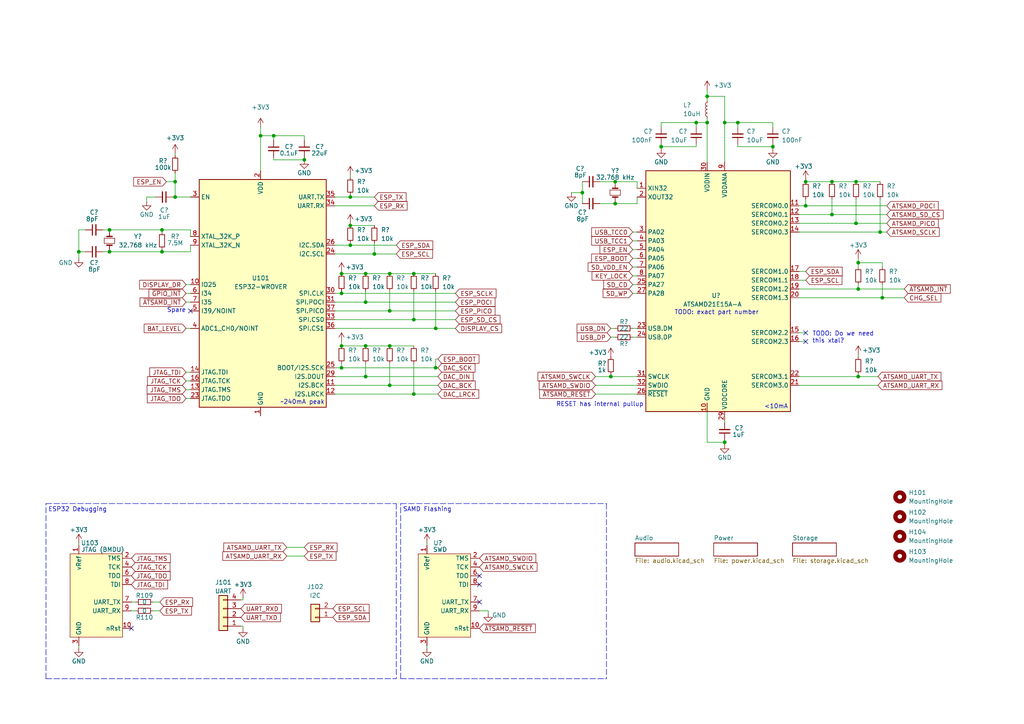
<source format=kicad_sch>
(kicad_sch (version 20211123) (generator eeschema)
  (paper "A4")
  (title_block (date "2022-09-04") (rev "1"))
  (lib_symbols
    (symbol "Connector_Generic:Conn_01x02" (pin_names (offset 1.016) hide)
      (property "Reference" "J" (at 0 2.54 0))
      (property "Value" "Conn_01x02" (at 0 -5.08 0))
      (symbol "Conn_01x02_1_1"
        (rectangle (start -1.27 -2.413) (end 0 -2.667) (stroke (width 0.1524)))
        (rectangle (start -1.27 0.127) (end 0 -0.127) (stroke (width 0.1524)))
        (rectangle (start -1.27 1.27) (end 1.27 -3.81) (stroke (width 0.254)) (fill (type background)))
        (pin passive line (at -5.08 0 0) (length 3.81) (name "Pin_1") (number "1"))
        (pin passive line (at -5.08 -2.54 0) (length 3.81) (name "Pin_2") (number "2"))
      )
    )
    (symbol "Connector_Generic:Conn_01x04" (pin_names (offset 1.016) hide)
      (property "Reference" "J" (at 0 5.08 0))
      (property "Value" "Conn_01x04" (at 0 -7.62 0))
      (symbol "Conn_01x04_1_1"
        (rectangle (start -1.27 -4.953) (end 0 -5.207) (stroke (width 0.1524)))
        (rectangle (start -1.27 -2.413) (end 0 -2.667) (stroke (width 0.1524)))
        (rectangle (start -1.27 0.127) (end 0 -0.127) (stroke (width 0.1524)))
        (rectangle (start -1.27 2.667) (end 0 2.413) (stroke (width 0.1524)))
        (rectangle (start -1.27 3.81) (end 1.27 -6.35) (stroke (width 0.254)) (fill (type background)))
        (pin passive line (at -5.08 2.54 0) (length 3.81) (name "Pin_1") (number "1"))
        (pin passive line (at -5.08 0 0) (length 3.81) (name "Pin_2") (number "2"))
        (pin passive line (at -5.08 -2.54 0) (length 3.81) (name "Pin_3") (number "3"))
        (pin passive line (at -5.08 -5.08 0) (length 3.81) (name "Pin_4") (number "4"))
      )
    )
    (symbol "Device:C_Small" (pin_numbers hide) (pin_names (offset 0.254) hide)
      (property "Reference" "C" (at 0.254 1.778 0))
      (property "Value" "C_Small" (at 0.254 -2.032 0))
      (symbol "C_Small_0_1"
        (polyline (pts (xy -1.524 -0.508) (xy 1.524 -0.508)) (stroke (width 0.3302)))
        (polyline (pts (xy -1.524 0.508) (xy 1.524 0.508)) (stroke (width 0.3048)))
      )
      (symbol "C_Small_1_1"
        (pin passive line (at 0 2.54 270) (length 2.032) (name "~") (number "1"))
        (pin passive line (at 0 -2.54 90) (length 2.032) (name "~") (number "2"))
      )
    )
    (symbol "Device:Crystal_Small" (pin_numbers hide) (pin_names (offset 1.016) hide)
      (property "Reference" "Y" (at 0 2.54 0))
      (property "Value" "Crystal_Small" (at 0 -2.54 0))
      (symbol "Crystal_Small_0_1"
        (rectangle (start -0.762 -1.524) (end 0.762 1.524))
        (polyline (pts (xy -1.27 -0.762) (xy -1.27 0.762)) (stroke (width 0.381)))
        (polyline (pts (xy 1.27 -0.762) (xy 1.27 0.762)) (stroke (width 0.381)))
      )
      (symbol "Crystal_Small_1_1"
        (pin passive line (at -2.54 0 0) (length 1.27) (name "1") (number "1"))
        (pin passive line (at 2.54 0 180) (length 1.27) (name "2") (number "2"))
      )
    )
    (symbol "Device:L_Small" (pin_numbers hide) (pin_names (offset 0.254) hide)
      (property "Reference" "L" (at 0.762 1.016 0))
      (property "Value" "L_Small" (at 0.762 -1.016 0))
      (symbol "L_Small_0_1"
        (arc (start 0 -2.032) (mid 0.508 -1.524) (end 0 -1.016))
        (arc (start 0 -1.016) (mid 0.508 -0.508) (end 0 0))
        (arc (start 0 0) (mid 0.508 0.508) (end 0 1.016))
        (arc (start 0 1.016) (mid 0.508 1.524) (end 0 2.032))
      )
      (symbol "L_Small_1_1"
        (pin passive line (at 0 2.54 270) (length 0.508) (name "~") (number "1"))
        (pin passive line (at 0 -2.54 90) (length 0.508) (name "~") (number "2"))
      )
    )
    (symbol "Device:R_Small" (pin_numbers hide) (pin_names (offset 0.254) hide)
      (property "Reference" "R" (at 0.762 0.508 0))
      (property "Value" "R_Small" (at 0.762 -1.016 0))
      (symbol "R_Small_0_1"
        (rectangle (start -0.762 1.778) (end 0.762 -1.778) (stroke (width 0.2032)))
      )
      (symbol "R_Small_1_1"
        (pin passive line (at 0 2.54 270) (length 0.762) (name "~") (number "1"))
        (pin passive line (at 0 -2.54 90) (length 0.762) (name "~") (number "2"))
      )
    )
    (symbol "Mechanical:MountingHole" (pin_names (offset 1.016))
      (property "Reference" "H" (at 0 5.08 0))
      (property "Value" "MountingHole" (at 0 3.175 0))
      (symbol "MountingHole_0_1"
        (circle (center 0 0) (radius 1.27) (stroke (width 1.27)))
      )
    )
    (symbol "power:+3V3" (power) (pin_names (offset 0))
      (property "Value" "+3V3" (at 0 3.556 0))
      (symbol "+3V3_0_1"
        (polyline (pts (xy -0.762 1.27) (xy 0 2.54)))
        (polyline (pts (xy 0 0) (xy 0 2.54)))
        (polyline (pts (xy 0 2.54) (xy 0.762 1.27)))
      )
      (symbol "+3V3_1_1"
        (pin power_in line (at 0 0 90) (length 0) hide (name "+3V3") (number "1"))
      )
    )
    (symbol "power:GND" (power) (pin_names (offset 0))
      (property "Value" "GND" (at 0 -3.81 0))
      (symbol "GND_0_1"
        (polyline (pts (xy 0 0) (xy 0 -1.27) (xy 1.27 -1.27) (xy 0 -2.54) (xy -1.27 -1.27) (xy 0 -1.27)))
      )
      (symbol "GND_1_1"
        (pin power_in line (at 0 0 270) (length 0) hide (name "GND") (number "1"))
      )
    )
    (symbol "symbols:ATSAMD21E15A-A"
      (property "Reference" "U" (at 0 15.24 0))
      (property "Value" "ATSAMD21E15A-A" (at 0 10.16 0))
      (symbol "ATSAMD21E15A-A_1_1"
        (rectangle (start -20.32 45.72) (end 21.59 -24.13) (stroke (width 0.254)) (fill (type background)))
        (pin bidirectional line (at -22.86 40.64 0) (length 2.54) (name "XIN32") (number "1"))
        (pin power_in line (at -2.54 -24.13 90) (length 2.54) (name "GND") (number "10"))
        (pin bidirectional line (at 24.13 35.56 180) (length 2.54) (name "SERCOM0.0") (number "11"))
        (pin bidirectional line (at 24.13 33.02 180) (length 2.54) (name "SERCOM0.1") (number "12"))
        (pin bidirectional line (at 24.13 30.48 180) (length 2.54) (name "SERCOM0.2") (number "13"))
        (pin bidirectional line (at 24.13 27.94 180) (length 2.54) (name "SERCOM0.3") (number "14"))
        (pin bidirectional line (at 24.13 -1.27 180) (length 2.54) (name "SERCOM2.2") (number "15"))
        (pin bidirectional line (at 24.13 -3.81 180) (length 2.54) (name "SERCOM2.3") (number "16"))
        (pin bidirectional line (at 24.13 16.51 180) (length 2.54) (name "SERCOM1.0") (number "17"))
        (pin bidirectional line (at 24.13 13.97 180) (length 2.54) (name "SERCOM1.1") (number "18"))
        (pin bidirectional line (at 24.13 11.43 180) (length 2.54) (name "SERCOM1.2") (number "19"))
        (pin bidirectional line (at -22.86 38.1 0) (length 2.54) (name "XOUT32") (number "2"))
        (pin bidirectional line (at 24.13 8.89 180) (length 2.54) (name "SERCOM1.3") (number "20"))
        (pin bidirectional line (at 24.13 -16.51 180) (length 2.54) (name "SERCOM3.0") (number "21"))
        (pin bidirectional line (at 24.13 -13.97 180) (length 2.54) (name "SERCOM3.1") (number "22"))
        (pin bidirectional line (at -22.86 0 0) (length 2.54) (name "USB.DM") (number "23"))
        (pin bidirectional line (at -22.86 -2.54 0) (length 2.54) (name "USB.DP") (number "24"))
        (pin bidirectional line (at -22.86 12.7 0) (length 2.54) (name "PA27") (number "25"))
        (pin input line (at -22.86 -19.05 0) (length 2.54) (name "~{RESET}") (number "26"))
        (pin bidirectional line (at -22.86 10.16 0) (length 2.54) (name "PA28") (number "27"))
        (pin passive line (at -2.54 -24.13 90) (length 2.54) hide (name "GND") (number "28"))
        (pin power_out line (at 2.54 -26.67 90) (length 2.54) (name "VDDCORE") (number "29"))
        (pin bidirectional line (at -22.86 27.94 0) (length 2.54) (name "PA02") (number "3"))
        (pin power_in line (at -2.54 48.26 270) (length 2.54) (name "VDDIN") (number "30"))
        (pin bidirectional line (at -22.86 -13.97 0) (length 2.54) (name "SWCLK") (number "31"))
        (pin bidirectional line (at -22.86 -16.51 0) (length 2.54) (name "SWDIO") (number "32"))
        (pin bidirectional line (at -22.86 25.4 0) (length 2.54) (name "PA03") (number "4"))
        (pin bidirectional line (at -22.86 22.86 0) (length 2.54) (name "PA04") (number "5"))
        (pin bidirectional line (at -22.86 20.32 0) (length 2.54) (name "PA05") (number "6"))
        (pin bidirectional line (at -22.86 17.78 0) (length 2.54) (name "PA06") (number "7"))
        (pin bidirectional line (at -22.86 15.24 0) (length 2.54) (name "PA07") (number "8"))
        (pin power_in line (at 2.54 48.26 270) (length 2.54) (name "VDDANA") (number "9"))
      )
    )
    (symbol "symbols:BMDU"
      (property "Reference" "U" (at -5.08 6.35 0))
      (property "Value" "BMDU" (at -5.08 6.35 0))
      (symbol "BMDU_0_0"
        (pin unspecified line (at -5.08 20.32 270) (length 2.54) (name "vRef") (number "1"))
        (pin unspecified line (at 10.16 -3.81 180) (length 2.54) (name "nRst") (number "10"))
        (pin unspecified line (at 10.16 16.51 180) (length 2.54) (name "TMS") (number "2"))
        (pin unspecified line (at -5.08 -8.89 90) (length 2.54) (name "GND") (number "3"))
        (pin unspecified line (at 10.16 13.97 180) (length 2.54) (name "TCK") (number "4"))
        (pin unspecified line (at -5.08 -8.89 90) (length 2.54) hide (name "GND") (number "5"))
        (pin unspecified line (at 10.16 11.43 180) (length 2.54) (name "TDO") (number "6"))
        (pin unspecified line (at 10.16 3.81 180) (length 2.54) (name "UART_TX") (number "7"))
        (pin unspecified line (at 10.16 8.89 180) (length 2.54) (name "TDI") (number "8"))
        (pin unspecified line (at 10.16 1.27 180) (length 2.54) (name "UART_RX") (number "9"))
      )
      (symbol "BMDU_0_1"
        (rectangle (start -7.62 17.78) (end 7.62 -6.35) (fill (type background)))
      )
    )
    (symbol "symbols:ESP32-WROOM"
      (property "Reference" "U" (at -17.78 34.29 0))
      (property "Value" "ESP32-WROOM" (at -3.81 34.29 0))
      (symbol "ESP32-WROOM_0_1"
        (rectangle (start -17.78 33.02) (end 19.05 -33.02) (stroke (width 0.254)) (fill (type background)))
      )
      (symbol "ESP32-WROOM_1_1"
        (pin power_in line (at 0 -35.56 90) (length 2.54) (name "GND") (number "1"))
        (pin bidirectional line (at -20.32 2.54 0) (length 2.54) (name "IO25") (number "10"))
        (pin bidirectional line (at 21.59 -26.67 180) (length 2.54) (name "I2S.BCK") (number "11"))
        (pin bidirectional line (at 21.59 -29.21 180) (length 2.54) (name "I2S.LRCK") (number "12"))
        (pin bidirectional line (at -20.32 -27.94 0) (length 2.54) (name "JTAG.TMS") (number "13"))
        (pin bidirectional line (at -20.32 -22.86 0) (length 2.54) (name "JTAG.TDI") (number "14"))
        (pin passive line (at 0 -35.56 90) (length 2.54) hide (name "GND") (number "15"))
        (pin bidirectional line (at -20.32 -25.4 0) (length 2.54) (name "JTAG.TCK") (number "16"))
        (pin no_connect line (at -43.18 -13.97 0) (length 2.54) hide (name "SHD/SD2") (number "17"))
        (pin no_connect line (at -43.18 -16.51 0) (length 2.54) hide (name "SWP/SD3") (number "18"))
        (pin no_connect line (at -43.18 -21.59 0) (length 2.54) hide (name "SCS/CMD") (number "19"))
        (pin power_in line (at 0 35.56 270) (length 2.54) (name "VDD") (number "2"))
        (pin no_connect line (at -43.18 -19.05 0) (length 2.54) hide (name "SCK/CLK") (number "20"))
        (pin no_connect line (at -43.18 -8.89 0) (length 2.54) hide (name "SDO/SD0") (number "21"))
        (pin no_connect line (at -43.18 -11.43 0) (length 2.54) hide (name "SDI/SD1") (number "22"))
        (pin bidirectional line (at -20.32 -30.48 0) (length 2.54) (name "JTAG.TDO") (number "23"))
        (pin bidirectional line (at 21.59 11.43 180) (length 2.54) (name "I2C.SCL") (number "24"))
        (pin bidirectional line (at 21.59 -21.59 180) (length 2.54) (name "BOOT/I2S.SCK") (number "25"))
        (pin bidirectional line (at 21.59 13.97 180) (length 2.54) (name "I2C.SDA") (number "26"))
        (pin no_connect line (at -43.18 -24.13 0) (length 2.54) hide (name "IO16") (number "27"))
        (pin no_connect line (at -43.18 -26.67 0) (length 2.54) hide (name "IO17") (number "28"))
        (pin bidirectional line (at 21.59 -24.13 180) (length 2.54) (name "I2S.DOUT") (number "29"))
        (pin input line (at -20.32 27.94 0) (length 2.54) (name "EN") (number "3"))
        (pin bidirectional line (at 21.59 0 180) (length 2.54) (name "SPI.CLK") (number "30"))
        (pin bidirectional line (at 21.59 -2.54 180) (length 2.54) (name "SPI.POCI") (number "31"))
        (pin no_connect line (at -43.18 -29.21 0) (length 2.54) hide (name "NC") (number "32"))
        (pin bidirectional line (at 21.59 -7.62 180) (length 2.54) (name "SPI.CS0") (number "33"))
        (pin bidirectional line (at 21.59 25.4 180) (length 2.54) (name "UART.RX") (number "34"))
        (pin bidirectional line (at 21.59 27.94 180) (length 2.54) (name "UART.TX") (number "35"))
        (pin bidirectional line (at 21.59 -10.16 180) (length 2.54) (name "SPI.CS1") (number "36"))
        (pin bidirectional line (at 21.59 -5.08 180) (length 2.54) (name "SPI.PICO") (number "37"))
        (pin passive line (at 0 -35.56 90) (length 2.54) hide (name "GND") (number "38"))
        (pin passive line (at 0 -35.56 90) (length 2.54) hide (name "GND") (number "39"))
        (pin input line (at -20.32 -10.16 0) (length 2.54) (name "ADC1_CH0/NOINT") (number "4"))
        (pin input line (at -20.32 -5.08 0) (length 2.54) (name "I39/NOINT") (number "5"))
        (pin input line (at -20.32 0 0) (length 2.54) (name "I34") (number "6"))
        (pin input line (at -20.32 -2.54 0) (length 2.54) (name "I35") (number "7"))
        (pin bidirectional line (at -20.32 16.51 0) (length 2.54) (name "XTAL_32K_P") (number "8"))
        (pin bidirectional line (at -20.32 13.97 0) (length 2.54) (name "XTAL_32K_N") (number "9"))
      )
    )
  )
  (bus_alias "I2C" (members))
  (junction (at 22.86 73.025))
  (junction (at 88.265 46.355))
  (junction (at 241.3 62.23))
  (junction (at 101.6 57.15))
  (junction (at 99.06 85.09))
  (junction (at 248.92 83.82))
  (junction (at 233.68 59.69))
  (junction (at 46.99 66.675))
  (junction (at 248.92 76.2))
  (junction (at 31.75 66.675))
  (junction (at 99.06 106.68))
  (junction (at 120.015 79.375))
  (junction (at 113.03 90.17))
  (junction (at 248.285 52.705))
  (junction (at 126.365 106.68))
  (junction (at 46.99 73.025))
  (junction (at 106.045 87.63))
  (junction (at 205.105 27.94))
  (junction (at 178.435 52.705))
  (junction (at 178.435 59.055))
  (junction (at 241.3 52.705))
  (junction (at 113.03 111.76))
  (junction (at 248.285 64.77))
  (junction (at 210.185 35.56))
  (junction (at 210.185 128.27))
  (junction (at 224.155 42.545))
  (junction (at 113.03 100.33))
  (junction (at 120.015 114.3))
  (junction (at 177.165 109.22))
  (junction (at 126.365 95.25))
  (junction (at 113.03 79.375))
  (junction (at 201.93 35.56))
  (junction (at 101.6 71.12))
  (junction (at 255.27 67.31))
  (junction (at 31.75 73.025))
  (junction (at 79.375 39.37))
  (junction (at 108.585 73.66))
  (junction (at 50.8 52.705))
  (junction (at 50.8 57.15))
  (junction (at 213.995 35.56))
  (junction (at 120.015 92.71))
  (junction (at 205.105 35.56))
  (junction (at 99.06 100.33))
  (junction (at 168.91 55.88))
  (junction (at 106.045 79.375))
  (junction (at 248.92 109.22))
  (junction (at 233.68 52.705))
  (junction (at 106.045 109.22))
  (junction (at 106.045 100.33))
  (junction (at 101.6 65.405))
  (junction (at 191.77 42.545))
  (junction (at 99.06 79.375))
  (junction (at 75.565 39.37))
  (junction (at 255.905 86.36))
  (no_connect (at 233.68 96.52))
  (no_connect (at 233.68 99.06))
  (no_connect (at 55.245 90.17))
  (no_connect (at 139.065 169.545))
  (no_connect (at 38.1 182.245))
  (no_connect (at 139.065 167.005))
  (no_connect (at 139.065 174.625))
  (wire (pts (xy 97.155 73.66) (xy 108.585 73.66)))
  (wire (pts (xy 31.75 66.675) (xy 46.99 66.675)))
  (wire (pts (xy 255.905 82.55) (xy 255.905 86.36)))
  (wire (pts (xy 205.105 119.38) (xy 205.105 128.27)))
  (wire (pts (xy 205.105 128.27) (xy 210.185 128.27)))
  (wire (pts (xy 83.185 158.75) (xy 88.265 158.75)))
  (wire (pts (xy 127 114.3) (xy 120.015 114.3)))
  (wire (pts (xy 39.3551 177.165) (xy 38.1 177.165)))
  (wire (pts (xy 22.86 73.025) (xy 24.765 73.025)))
  (wire (pts (xy 248.92 76.2) (xy 255.905 76.2)))
  (wire (pts (xy 22.86 74.93) (xy 22.86 73.025)))
  (wire (pts (xy 257.175 62.23) (xy 241.3 62.23)))
  (wire (pts (xy 213.995 42.545) (xy 213.995 41.91)))
  (wire (pts (xy 55.245 68.58) (xy 55.245 66.675)))
  (wire (pts (xy 248.92 109.22) (xy 231.775 109.22)))
  (wire (pts (xy 50.165 57.15) (xy 50.8 57.15)))
  (wire (pts (xy 183.515 85.09) (xy 184.785 85.09)))
  (wire (pts (xy 97.155 59.69) (xy 108.585 59.69)))
  (wire (pts (xy 127 106.68) (xy 126.365 106.68)))
  (wire (pts (xy 55.245 71.12) (xy 55.245 73.025)))
  (wire (pts (xy 184.785 54.61) (xy 184.785 52.705)))
  (wire (pts (xy 97.155 90.17) (xy 113.03 90.17)))
  (wire (pts (xy 177.165 109.22) (xy 184.785 109.22)))
  (wire (pts (xy 53.975 82.55) (xy 55.245 82.55)))
  (polyline (pts (xy 175.895 146.05) (xy 175.895 196.85)))
  (wire (pts (xy 83.185 161.29) (xy 88.265 161.29)))
  (wire (pts (xy 53.975 107.95) (xy 55.245 107.95)))
  (wire (pts (xy 224.155 35.56) (xy 224.155 36.83)))
  (wire (pts (xy 178.435 52.705) (xy 178.435 53.34)))
  (wire (pts (xy 172.72 109.22) (xy 177.165 109.22)))
  (wire (pts (xy 120.015 92.71) (xy 132.08 92.71)))
  (wire (pts (xy 75.565 39.37) (xy 79.375 39.37)))
  (wire (pts (xy 50.8 45.085) (xy 50.8 44.45)))
  (wire (pts (xy 99.06 106.68) (xy 97.155 106.68)))
  (wire (pts (xy 123.825 157.48) (xy 123.825 158.115)))
  (wire (pts (xy 127 109.22) (xy 106.045 109.22)))
  (wire (pts (xy 53.975 113.03) (xy 55.245 113.03)))
  (wire (pts (xy 201.93 35.56) (xy 191.77 35.56)))
  (wire (pts (xy 183.515 67.31) (xy 184.785 67.31)))
  (wire (pts (xy 22.86 66.675) (xy 24.765 66.675)))
  (wire (pts (xy 97.155 85.09) (xy 99.06 85.09)))
  (wire (pts (xy 233.68 99.06) (xy 231.775 99.06)))
  (wire (pts (xy 42.545 57.15) (xy 42.545 58.42)))
  (wire (pts (xy 139.065 177.165) (xy 141.605 177.165)))
  (wire (pts (xy 177.165 95.25) (xy 178.435 95.25)))
  (wire (pts (xy 97.155 87.63) (xy 106.045 87.63)))
  (polyline (pts (xy 116.205 146.05) (xy 175.895 146.05)))
  (wire (pts (xy 29.845 73.025) (xy 31.75 73.025)))
  (wire (pts (xy 31.75 73.025) (xy 31.75 72.39)))
  (wire (pts (xy 48.26 52.705) (xy 50.8 52.705)))
  (wire (pts (xy 75.565 39.37) (xy 75.565 49.53)))
  (wire (pts (xy 141.605 177.165) (xy 141.605 177.8)))
  (wire (pts (xy 99.06 105.41) (xy 99.06 106.68)))
  (wire (pts (xy 248.92 102.87) (xy 248.92 103.505)))
  (wire (pts (xy 248.285 57.785) (xy 248.285 64.77)))
  (wire (pts (xy 241.3 52.705) (xy 248.285 52.705)))
  (wire (pts (xy 233.68 81.28) (xy 231.775 81.28)))
  (wire (pts (xy 183.515 77.47) (xy 184.785 77.47)))
  (wire (pts (xy 183.515 97.79) (xy 184.785 97.79)))
  (wire (pts (xy 106.045 84.455) (xy 106.045 87.63)))
  (wire (pts (xy 183.515 80.01) (xy 184.785 80.01)))
  (wire (pts (xy 69.85 181.61) (xy 70.485 181.61)))
  (wire (pts (xy 126.365 84.455) (xy 126.365 95.25)))
  (wire (pts (xy 55.245 66.675) (xy 46.99 66.675)))
  (wire (pts (xy 210.185 35.56) (xy 210.185 46.99)))
  (wire (pts (xy 255.905 86.36) (xy 262.255 86.36)))
  (wire (pts (xy 99.06 106.68) (xy 126.365 106.68)))
  (wire (pts (xy 231.775 111.76) (xy 254.635 111.76)))
  (wire (pts (xy 233.68 57.785) (xy 233.68 59.69)))
  (wire (pts (xy 257.175 59.69) (xy 233.68 59.69)))
  (wire (pts (xy 97.155 92.71) (xy 120.015 92.71)))
  (wire (pts (xy 233.68 52.07) (xy 233.68 52.705)))
  (wire (pts (xy 113.03 105.41) (xy 113.03 111.76)))
  (wire (pts (xy 53.975 110.49) (xy 55.245 110.49)))
  (wire (pts (xy 210.185 127.635) (xy 210.185 128.27)))
  (wire (pts (xy 22.86 157.48) (xy 22.86 158.115)))
  (wire (pts (xy 79.375 39.37) (xy 88.265 39.37)))
  (wire (pts (xy 113.03 90.17) (xy 132.08 90.17)))
  (wire (pts (xy 254.635 109.22) (xy 248.92 109.22)))
  (wire (pts (xy 75.565 36.83) (xy 75.565 39.37)))
  (wire (pts (xy 31.75 73.025) (xy 46.99 73.025)))
  (wire (pts (xy 233.68 96.52) (xy 231.775 96.52)))
  (wire (pts (xy 113.03 111.76) (xy 97.155 111.76)))
  (wire (pts (xy 39.37 174.625) (xy 38.1 174.625)))
  (wire (pts (xy 46.355 177.165) (xy 44.4351 177.165)))
  (polyline (pts (xy 13.335 196.85) (xy 13.335 146.05)))
  (wire (pts (xy 53.975 115.57) (xy 55.245 115.57)))
  (wire (pts (xy 29.845 66.675) (xy 31.75 66.675)))
  (wire (pts (xy 31.75 66.675) (xy 31.75 67.31)))
  (wire (pts (xy 201.93 35.56) (xy 201.93 36.83)))
  (wire (pts (xy 79.375 45.72) (xy 79.375 46.355)))
  (wire (pts (xy 79.375 46.355) (xy 88.265 46.355)))
  (wire (pts (xy 183.515 82.55) (xy 184.785 82.55)))
  (wire (pts (xy 173.99 52.705) (xy 178.435 52.705)))
  (wire (pts (xy 88.265 39.37) (xy 88.265 40.64)))
  (wire (pts (xy 233.68 52.705) (xy 241.3 52.705)))
  (wire (pts (xy 191.77 35.56) (xy 191.77 36.83)))
  (wire (pts (xy 108.585 73.66) (xy 114.935 73.66)))
  (wire (pts (xy 224.155 42.545) (xy 224.155 43.18)))
  (wire (pts (xy 101.6 70.485) (xy 101.6 71.12)))
  (wire (pts (xy 213.995 42.545) (xy 224.155 42.545)))
  (wire (pts (xy 120.015 79.375) (xy 126.365 79.375)))
  (wire (pts (xy 248.285 52.705) (xy 255.27 52.705)))
  (wire (pts (xy 248.92 76.2) (xy 248.92 74.93)))
  (wire (pts (xy 50.8 52.705) (xy 50.8 50.165)))
  (wire (pts (xy 183.515 72.39) (xy 184.785 72.39)))
  (wire (pts (xy 120.015 84.455) (xy 120.015 92.71)))
  (wire (pts (xy 126.365 104.14) (xy 126.365 106.68)))
  (wire (pts (xy 101.6 50.8) (xy 101.6 51.435)))
  (wire (pts (xy 70.485 173.355) (xy 70.485 173.99)))
  (wire (pts (xy 231.775 86.36) (xy 255.905 86.36)))
  (wire (pts (xy 255.27 57.785) (xy 255.27 67.31)))
  (wire (pts (xy 101.6 71.12) (xy 114.935 71.12)))
  (wire (pts (xy 210.185 27.94) (xy 210.185 35.56)))
  (wire (pts (xy 106.045 109.22) (xy 97.155 109.22)))
  (polyline (pts (xy 116.205 196.85) (xy 116.205 146.05)))
  (wire (pts (xy 172.72 114.3) (xy 184.785 114.3)))
  (wire (pts (xy 233.68 59.69) (xy 231.775 59.69)))
  (wire (pts (xy 231.775 64.77) (xy 248.285 64.77)))
  (wire (pts (xy 120.015 114.3) (xy 97.155 114.3)))
  (wire (pts (xy 177.165 108.585) (xy 177.165 109.22)))
  (wire (pts (xy 241.3 62.23) (xy 231.775 62.23)))
  (wire (pts (xy 99.06 79.375) (xy 106.045 79.375)))
  (polyline (pts (xy 116.205 196.85) (xy 175.895 196.85)))
  (wire (pts (xy 127 111.76) (xy 113.03 111.76)))
  (wire (pts (xy 97.155 57.15) (xy 101.6 57.15)))
  (wire (pts (xy 224.155 41.91) (xy 224.155 42.545)))
  (wire (pts (xy 205.105 27.94) (xy 210.185 27.94)))
  (wire (pts (xy 101.6 57.15) (xy 108.585 57.15)))
  (wire (pts (xy 248.92 76.2) (xy 248.92 77.47)))
  (wire (pts (xy 99.06 100.33) (xy 106.045 100.33)))
  (wire (pts (xy 46.99 66.675) (xy 46.99 67.31)))
  (wire (pts (xy 241.3 57.785) (xy 241.3 62.23)))
  (wire (pts (xy 205.105 26.035) (xy 205.105 27.94)))
  (wire (pts (xy 178.435 59.055) (xy 184.785 59.055)))
  (wire (pts (xy 173.99 59.055) (xy 178.435 59.055)))
  (wire (pts (xy 177.165 97.79) (xy 178.435 97.79)))
  (wire (pts (xy 113.03 84.455) (xy 113.03 90.17)))
  (wire (pts (xy 183.515 95.25) (xy 184.785 95.25)))
  (wire (pts (xy 191.77 41.91) (xy 191.77 42.545)))
  (wire (pts (xy 172.72 111.76) (xy 184.785 111.76)))
  (wire (pts (xy 248.92 83.82) (xy 262.255 83.82)))
  (wire (pts (xy 191.77 42.545) (xy 191.77 43.18)))
  (wire (pts (xy 45.085 57.15) (xy 42.545 57.15)))
  (wire (pts (xy 46.99 73.025) (xy 55.245 73.025)))
  (wire (pts (xy 183.515 74.93) (xy 184.785 74.93)))
  (wire (pts (xy 210.185 128.27) (xy 210.185 128.905)))
  (polyline (pts (xy 13.335 146.05) (xy 114.935 146.05)))
  (wire (pts (xy 168.91 59.055) (xy 168.91 55.88)))
  (wire (pts (xy 123.825 187.325) (xy 123.825 187.96)))
  (wire (pts (xy 126.365 95.25) (xy 132.08 95.25)))
  (wire (pts (xy 108.585 70.485) (xy 108.585 73.66)))
  (wire (pts (xy 205.105 35.56) (xy 205.105 46.99)))
  (wire (pts (xy 178.435 58.42) (xy 178.435 59.055)))
  (wire (pts (xy 231.775 83.82) (xy 248.92 83.82)))
  (wire (pts (xy 210.185 35.56) (xy 213.995 35.56)))
  (wire (pts (xy 248.92 108.585) (xy 248.92 109.22)))
  (wire (pts (xy 99.06 99.06) (xy 99.06 100.33)))
  (wire (pts (xy 168.91 55.88) (xy 165.735 55.88)))
  (wire (pts (xy 233.68 78.74) (xy 231.775 78.74)))
  (wire (pts (xy 127 104.14) (xy 126.365 104.14)))
  (wire (pts (xy 106.045 105.41) (xy 106.045 109.22)))
  (wire (pts (xy 106.045 100.33) (xy 113.03 100.33)))
  (wire (pts (xy 99.06 85.09) (xy 132.08 85.09)))
  (wire (pts (xy 101.6 64.77) (xy 101.6 65.405)))
  (wire (pts (xy 53.975 95.25) (xy 55.245 95.25)))
  (wire (pts (xy 213.995 35.56) (xy 224.155 35.56)))
  (wire (pts (xy 255.905 76.2) (xy 255.905 77.47)))
  (wire (pts (xy 101.6 65.405) (xy 108.585 65.405)))
  (wire (pts (xy 46.355 174.625) (xy 44.45 174.625)))
  (wire (pts (xy 120.015 105.41) (xy 120.015 114.3)))
  (wire (pts (xy 205.105 27.94) (xy 205.105 29.21)))
  (wire (pts (xy 201.93 42.545) (xy 201.93 41.91)))
  (wire (pts (xy 70.485 173.99) (xy 69.85 173.99)))
  (wire (pts (xy 97.155 95.25) (xy 126.365 95.25)))
  (wire (pts (xy 79.375 39.37) (xy 79.375 40.64)))
  (wire (pts (xy 113.03 100.33) (xy 120.015 100.33)))
  (wire (pts (xy 50.8 57.15) (xy 55.245 57.15)))
  (wire (pts (xy 97.155 71.12) (xy 101.6 71.12)))
  (wire (pts (xy 178.435 52.705) (xy 184.785 52.705)))
  (wire (pts (xy 205.105 35.56) (xy 201.93 35.56)))
  (wire (pts (xy 168.91 52.705) (xy 168.91 55.88)))
  (wire (pts (xy 88.265 46.355) (xy 88.265 45.72)))
  (wire (pts (xy 248.92 82.55) (xy 248.92 83.82)))
  (wire (pts (xy 213.995 35.56) (xy 213.995 36.83)))
  (wire (pts (xy 22.86 73.025) (xy 22.86 66.675)))
  (wire (pts (xy 101.6 56.515) (xy 101.6 57.15)))
  (wire (pts (xy 106.045 79.375) (xy 113.03 79.375)))
  (wire (pts (xy 113.03 79.375) (xy 120.015 79.375)))
  (polyline (pts (xy 13.335 196.85) (xy 114.935 196.85)))
  (wire (pts (xy 22.86 187.325) (xy 22.86 187.96)))
  (wire (pts (xy 99.06 84.455) (xy 99.06 85.09)))
  (wire (pts (xy 257.175 67.31) (xy 255.27 67.31)))
  (wire (pts (xy 53.975 85.09) (xy 55.245 85.09)))
  (wire (pts (xy 201.93 42.545) (xy 191.77 42.545)))
  (wire (pts (xy 210.185 121.92) (xy 210.185 122.555)))
  (wire (pts (xy 248.285 64.77) (xy 257.175 64.77)))
  (polyline (pts (xy 114.935 146.05) (xy 114.935 196.85)))
  (wire (pts (xy 53.975 87.63) (xy 55.245 87.63)))
  (wire (pts (xy 205.105 34.29) (xy 205.105 35.56)))
  (wire (pts (xy 183.515 69.85) (xy 184.785 69.85)))
  (wire (pts (xy 106.045 87.63) (xy 132.08 87.63)))
  (wire (pts (xy 99.06 78.74) (xy 99.06 79.375)))
  (wire (pts (xy 46.99 73.025) (xy 46.99 72.39)))
  (wire (pts (xy 70.485 181.61) (xy 70.485 182.245)))
  (wire (pts (xy 255.27 67.31) (xy 231.775 67.31)))
  (wire (pts (xy 50.8 57.15) (xy 50.8 52.705)))
  (wire (pts (xy 184.785 57.15) (xy 184.785 59.055)))
  (text "<10mA" (at 221.615 118.745 0) (effects (font (size 1.27 1.27)) (justify left bottom)))
  (text "~240mA peak" (at 81.28 117.475 0) (effects (font (size 1.27 1.27)) (justify left bottom)))
  (text "Spare" (at 53.975 90.805 180) (effects (font (size 1.27 1.27)) (justify right bottom)))
  (text "RESET has internal pullup" (at 186.69 118.11 180) (effects (font (size 1.27 1.27)) (justify right bottom)))
  (text "SAMD Flashing" (at 116.84 148.59 0) (effects (font (size 1.27 1.27)) (justify left bottom)))
  (text "ESP32 Debugging" (at 13.97 148.59 0) (effects (font (size 1.27 1.27)) (justify left bottom)))
  (text "TODO: exact part number" (at 195.58 91.44 0) (effects (font (size 1.27 1.27)) (justify left bottom)))
  (text "TODO: Do we need\nthis xtal?" (at 235.585 99.695 0) (effects (font (size 1.27 1.27)) (justify left bottom)))
  (global_label "ATSAMD_UART_RX" (shape input) (at 83.185 161.29 180) (property "Intersheet References" "${INTERSHEET_REFS}" (effects hide)))
  (global_label "ATSAMD_SWCLK" (shape input) (at 139.065 164.465 0) (property "Intersheet References" "${INTERSHEET_REFS}" (effects hide)))
  (global_label "ATSAMD_SWCLK" (shape input) (at 172.72 109.22 180) (property "Intersheet References" "${INTERSHEET_REFS}" (effects hide)))
  (global_label "~{GPIO_INT}" (shape input) (at 53.975 85.09 180) (property "Intersheet References" "${INTERSHEET_REFS}" (effects hide)))
  (global_label "ESP_SDA" (shape input) (at 114.935 71.12 0) (property "Intersheet References" "${INTERSHEET_REFS}" (effects hide)))
  (global_label "DAC_DIN" (shape input) (at 127 109.22 0) (property "Intersheet References" "${INTERSHEET_REFS}" (effects hide)))
  (global_label "JTAG_TDI" (shape input) (at 38.1 169.545 0) (property "Intersheet References" "${INTERSHEET_REFS}" (effects hide)))
  (global_label "JTAG_TCK" (shape input) (at 38.1 164.465 0) (property "Intersheet References" "${INTERSHEET_REFS}" (effects hide)))
  (global_label "BAT_LEVEL" (shape input) (at 53.975 95.25 180) (property "Intersheet References" "${INTERSHEET_REFS}" (effects hide)))
  (global_label "JTAG_TDO" (shape input) (at 38.1 167.005 0) (property "Intersheet References" "${INTERSHEET_REFS}" (effects hide)))
  (global_label "SD_WP" (shape input) (at 183.515 85.09 180) (property "Intersheet References" "${INTERSHEET_REFS}" (effects hide)))
  (global_label "JTAG_TDO" (shape input) (at 53.975 115.57 180) (property "Intersheet References" "${INTERSHEET_REFS}" (effects hide)))
  (global_label "UART_RXD" (shape input) (at 69.85 176.53 0) (property "Intersheet References" "${INTERSHEET_REFS}" (effects hide)))
  (global_label "~{ATSAMD_INT}" (shape input) (at 53.975 87.63 180) (property "Intersheet References" "${INTERSHEET_REFS}" (effects hide)))
  (global_label "JTAG_TMS" (shape input) (at 53.975 113.03 180) (property "Intersheet References" "${INTERSHEET_REFS}" (effects hide)))
  (global_label "ESP_SCL" (shape input) (at 114.935 73.66 0) (property "Intersheet References" "${INTERSHEET_REFS}" (effects hide)))
  (global_label "DAC_SCK" (shape input) (at 127 106.68 0) (property "Intersheet References" "${INTERSHEET_REFS}" (effects hide)))
  (global_label "USB_TCC1" (shape input) (at 183.515 69.85 180) (property "Intersheet References" "${INTERSHEET_REFS}" (effects hide)))
  (global_label "JTAG_TDI" (shape input) (at 53.975 107.95 180) (property "Intersheet References" "${INTERSHEET_REFS}" (effects hide)))
  (global_label "ESP_SCL" (shape input) (at 96.52 176.53 0) (property "Intersheet References" "${INTERSHEET_REFS}" (effects hide)))
  (global_label "DISPLAY_DR" (shape input) (at 53.975 82.55 180) (property "Intersheet References" "${INTERSHEET_REFS}" (effects hide)))
  (global_label "ATSAMD_SD_CS" (shape input) (at 257.175 62.23 0) (property "Intersheet References" "${INTERSHEET_REFS}" (effects hide)))
  (global_label "ATSAMD_POCI" (shape input) (at 257.175 59.69 0) (property "Intersheet References" "${INTERSHEET_REFS}" (effects hide)))
  (global_label "ESP_RX" (shape input) (at 88.265 158.75 0) (property "Intersheet References" "${INTERSHEET_REFS}" (effects hide)))
  (global_label "ESP_TX" (shape input) (at 108.585 57.15 0) (property "Intersheet References" "${INTERSHEET_REFS}" (effects hide)))
  (global_label "ATSAMD_SCLK" (shape input) (at 257.175 67.31 0) (property "Intersheet References" "${INTERSHEET_REFS}" (effects hide)))
  (global_label "ESP_RX" (shape input) (at 46.355 174.625 0) (property "Intersheet References" "${INTERSHEET_REFS}" (effects hide)))
  (global_label "ESP_PICO" (shape input) (at 132.08 90.17 0) (property "Intersheet References" "${INTERSHEET_REFS}" (effects hide)))
  (global_label "UART_TXD" (shape input) (at 69.85 179.07 0) (property "Intersheet References" "${INTERSHEET_REFS}" (effects hide)))
  (global_label "ATSAMD_UART_TX" (shape input) (at 83.185 158.75 180) (property "Intersheet References" "${INTERSHEET_REFS}" (effects hide)))
  (global_label "ESP_SCL" (shape input) (at 233.68 81.28 0) (property "Intersheet References" "${INTERSHEET_REFS}" (effects hide)))
  (global_label "ESP_SDA" (shape input) (at 233.68 78.74 0) (property "Intersheet References" "${INTERSHEET_REFS}" (effects hide)))
  (global_label "SD_CD" (shape input) (at 183.515 82.55 180) (property "Intersheet References" "${INTERSHEET_REFS}" (effects hide)))
  (global_label "ATSAMD_UART_RX" (shape input) (at 254.635 111.76 0) (property "Intersheet References" "${INTERSHEET_REFS}" (effects hide)))
  (global_label "USB_DP" (shape input) (at 177.165 97.79 180) (property "Intersheet References" "${INTERSHEET_REFS}" (effects hide)))
  (global_label "ATSAMD_PICO" (shape input) (at 257.175 64.77 0) (property "Intersheet References" "${INTERSHEET_REFS}" (effects hide)))
  (global_label "ESP_TX" (shape input) (at 88.265 161.29 0) (property "Intersheet References" "${INTERSHEET_REFS}" (effects hide)))
  (global_label "JTAG_TCK" (shape input) (at 53.975 110.49 180) (property "Intersheet References" "${INTERSHEET_REFS}" (effects hide)))
  (global_label "ATSAMD_SWDIO" (shape input) (at 139.065 161.925 0) (property "Intersheet References" "${INTERSHEET_REFS}" (effects hide)))
  (global_label "ESP_RX" (shape input) (at 108.585 59.69 0) (property "Intersheet References" "${INTERSHEET_REFS}" (effects hide)))
  (global_label "USB_DN" (shape input) (at 177.165 95.25 180) (property "Intersheet References" "${INTERSHEET_REFS}" (effects hide)))
  (global_label "DISPLAY_CS" (shape input) (at 132.08 95.25 0) (property "Intersheet References" "${INTERSHEET_REFS}" (effects hide)))
  (global_label "DAC_LRCK" (shape input) (at 127 114.3 0) (property "Intersheet References" "${INTERSHEET_REFS}" (effects hide)))
  (global_label "ATSAMD_SWDIO" (shape input) (at 172.72 111.76 180) (property "Intersheet References" "${INTERSHEET_REFS}" (effects hide)))
  (global_label "ESP_SD_CS" (shape input) (at 132.08 92.71 0) (property "Intersheet References" "${INTERSHEET_REFS}" (effects hide)))
  (global_label "~{ATSAMD_INT}" (shape input) (at 262.255 83.82 0) (property "Intersheet References" "${INTERSHEET_REFS}" (effects hide)))
  (global_label "ATSAMD_UART_TX" (shape input) (at 254.635 109.22 0) (property "Intersheet References" "${INTERSHEET_REFS}" (effects hide)))
  (global_label "USB_TCC0" (shape input) (at 183.515 67.31 180) (property "Intersheet References" "${INTERSHEET_REFS}" (effects hide)))
  (global_label "ESP_BOOT" (shape input) (at 183.515 74.93 180) (property "Intersheet References" "${INTERSHEET_REFS}" (effects hide)))
  (global_label "KEY_LOCK" (shape input) (at 183.515 80.01 180) (property "Intersheet References" "${INTERSHEET_REFS}" (effects hide)))
  (global_label "DAC_BCK" (shape input) (at 127 111.76 0) (property "Intersheet References" "${INTERSHEET_REFS}" (effects hide)))
  (global_label "ESP_SCLK" (shape input) (at 132.08 85.09 0) (property "Intersheet References" "${INTERSHEET_REFS}" (effects hide)))
  (global_label "~{ATSAMD_RESET}" (shape input) (at 172.72 114.3 180) (property "Intersheet References" "${INTERSHEET_REFS}" (effects hide)))
  (global_label "ESP_BOOT" (shape input) (at 127 104.14 0) (property "Intersheet References" "${INTERSHEET_REFS}" (effects hide)))
  (global_label "ESP_SDA" (shape input) (at 96.52 179.07 0) (property "Intersheet References" "${INTERSHEET_REFS}" (effects hide)))
  (global_label "ESP_POCI" (shape input) (at 132.08 87.63 0) (property "Intersheet References" "${INTERSHEET_REFS}" (effects hide)))
  (global_label "CHG_SEL" (shape input) (at 262.255 86.36 0) (property "Intersheet References" "${INTERSHEET_REFS}" (effects hide)))
  (global_label "ESP_EN" (shape input) (at 48.26 52.705 180) (property "Intersheet References" "${INTERSHEET_REFS}" (effects hide)))
  (global_label "SD_VDD_EN" (shape input) (at 183.515 77.47 180) (property "Intersheet References" "${INTERSHEET_REFS}" (effects hide)))
  (global_label "ESP_EN" (shape input) (at 183.515 72.39 180) (property "Intersheet References" "${INTERSHEET_REFS}" (effects hide)))
  (global_label "~{ATSAMD_RESET}" (shape input) (at 139.065 182.245 0) (property "Intersheet References" "${INTERSHEET_REFS}" (effects hide)))
  (global_label "ESP_TX" (shape input) (at 46.355 177.165 0) (property "Intersheet References" "${INTERSHEET_REFS}" (effects hide)))
  (global_label "JTAG_TMS" (shape input) (at 38.1 161.925 0) (property "Intersheet References" "${INTERSHEET_REFS}" (effects hide)))
  (symbol (lib_id "Device:R_Small") (at 120.015 102.87 0) (unit 1)
    (property "Reference" "R?" (at 121.92 101.6 0) (effects (justify left)))
    (property "Value" "10k" (at 121.92 104.14 0) (effects (justify left)))
  )
  (symbol (lib_id "Device:R_Small") (at 99.06 102.87 0) (unit 1)
    (property "Reference" "R?" (at 100.965 101.6 0) (effects (justify left)))
    (property "Value" "10k" (at 100.965 104.14 0) (effects (justify left)))
  )
  (symbol (lib_id "Device:R_Small") (at 113.03 81.915 0) (unit 1)
    (property "Reference" "R?" (at 114.935 80.645 0) (effects (justify left)))
    (property "Value" "10k" (at 114.935 83.185 0) (effects (justify left)))
  )
  (symbol (lib_id "Device:C_Small") (at 27.305 66.675 90) (unit 1)
    (property "Reference" "C?" (at 28.575 61.595 90) (effects (justify left)))
    (property "Value" "8pF" (at 28.575 63.5 90) (effects (justify left)))
    (property "Footprint" "Capacitor_SMD:C_0603_1608Metric" (effects hide))
    (property "PN" "GQM1875C2E8R0CB12D" (effects hide))
  )
  (symbol (lib_id "power:+3V3") (at 70.485 173.355 0) (unit 1)
    (property "Reference" "#PWR0109" (effects hide))
    (property "Value" "+3V3" (at 70.485 169.545 0))
  )
  (symbol (lib_id "power:+3V3") (at 99.06 99.06 0) (unit 1)
    (property "Reference" "#PWR?" (effects hide))
    (property "Value" "+3V3" (at 102.87 97.79 0))
  )
  (symbol (lib_id "power:+3V3") (at 22.86 157.48 0) (unit 1)
    (property "Reference" "#PWR0117" (effects hide))
    (property "Value" "+3V3" (at 22.86 153.67 0))
  )
  (symbol (lib_id "Device:R_Small") (at 101.6 67.945 0) (unit 1)
    (property "Reference" "R?" (at 103.505 66.675 0) (effects (justify left)))
    (property "Value" "10k" (at 103.505 69.215 0) (effects (justify left)))
  )
  (symbol (lib_id "power:GND") (at 70.485 182.245 0) (unit 1)
    (property "Reference" "#PWR0103" (effects hide))
    (property "Value" "GND" (at 70.485 186.055 0))
  )
  (symbol (lib_id "Mechanical:MountingHole") (at 260.985 161.29 0) (unit 1) (in_bom no)
    (property "Reference" "H103" (at 263.525 160.0199 0) (effects (justify left)))
    (property "Value" "MountingHole" (at 263.525 162.5599 0) (effects (justify left)))
    (property "Footprint" "MountingHole:MountingHole_2.2mm_M2" (effects hide))
  )
  (symbol (lib_id "power:+3V3") (at 123.825 157.48 0) (unit 1)
    (property "Reference" "#PWR?" (effects hide))
    (property "Value" "+3V3" (at 123.825 153.67 0))
  )
  (symbol (lib_id "Device:R_Small") (at 248.285 55.245 0) (unit 1)
    (property "Reference" "R?" (at 250.19 53.975 0) (effects (justify left)))
    (property "Value" "10k" (at 250.19 56.515 0) (effects (justify left)))
  )
  (symbol (lib_id "power:+3V3") (at 99.06 78.74 0) (unit 1)
    (property "Reference" "#PWR?" (effects hide))
    (property "Value" "+3V3" (at 102.87 77.47 0))
  )
  (symbol (lib_id "symbols:ESP32-WROOM") (at 75.565 85.09 0) (unit 1)
    (property "Reference" "U101" (at 73.025 80.645 0) (effects (justify left)))
    (property "Value" "ESP32-WROVER" (at 67.945 83.185 0) (effects (justify left)))
    (property "Footprint" "RF_Module:ESP32-WROOM-32U" (effects hide))
    (property "Datasheet" "https://www.espressif.com/sites/default/files/documentation/esp32-wroom-32d_esp32-wroom-32u_datasheet_en.pdf" (effects hide))
    (property "PN" "ESP32-WROVER-IE-N16R8" (effects hide))
  )
  (symbol (lib_id "Device:R_Small") (at 113.03 102.87 0) (unit 1)
    (property "Reference" "R?" (at 114.935 101.6 0) (effects (justify left)))
    (property "Value" "10k" (at 114.935 104.14 0) (effects (justify left)))
  )
  (symbol (lib_id "Device:C_Small") (at 88.265 43.18 0) (unit 1)
    (property "Reference" "C?" (at 92.71 42.545 0))
    (property "Value" "22uF" (at 92.71 44.45 0))
    (property "Footprint" "Capacitor_SMD:C_0805_2012Metric" (effects hide))
    (property "PN" "EMK212BBJ226MG-T " (effects hide))
  )
  (symbol (lib_id "power:+3V3") (at 75.565 36.83 0) (unit 1)
    (property "Reference" "#PWR?" (effects hide))
    (property "Value" "+3V3" (at 75.565 31.115 0))
  )
  (symbol (lib_id "power:GND") (at 210.185 128.905 0) (unit 1)
    (property "Reference" "#PWR?" (effects hide))
    (property "Value" "GND" (at 210.185 132.715 0))
  )
  (symbol (lib_id "Device:R_Small") (at 126.365 81.915 0) (unit 1)
    (property "Reference" "R?" (at 128.27 80.645 0) (effects (justify left)))
    (property "Value" "10k" (at 128.27 83.185 0) (effects (justify left)))
  )
  (symbol (lib_id "Device:C_Small") (at 47.625 57.15 270) (unit 1)
    (property "Reference" "C?" (at 47.625 60.96 90))
    (property "Value" "1uF" (at 47.625 62.865 90))
    (property "Footprint" "Capacitor_SMD:C_0805_2012Metric" (effects hide))
    (property "PN" "EMK212BJ105KG-T" (effects hide))
  )
  (symbol (lib_id "power:GND") (at 165.735 55.88 0) (unit 1)
    (property "Reference" "#PWR?" (effects hide))
    (property "Value" "GND" (at 165.735 59.69 0))
  )
  (symbol (lib_id "power:GND") (at 22.86 187.96 0) (unit 1)
    (property "Reference" "#PWR0118" (effects hide))
    (property "Value" "GND" (at 22.86 191.77 0))
  )
  (symbol (lib_id "Device:R_Small") (at 180.975 95.25 90) (unit 1)
    (property "Reference" "R?" (at 180.975 93.345 90))
    (property "Value" "22" (at 180.975 95.25 90))
  )
  (symbol (lib_id "Device:R_Small") (at 41.8951 177.165 90) (unit 1)
    (property "Reference" "R110" (at 41.91 179.07 90))
    (property "Value" "0" (at 41.91 177.165 90))
    (property "Footprint" "Resistor_SMD:R_0603_1608Metric" (effects hide))
  )
  (symbol (lib_id "power:+3V3") (at 248.92 102.87 0) (unit 1)
    (property "Reference" "#PWR?" (effects hide))
    (property "Value" "+3V3" (at 252.73 101.6 0))
  )
  (symbol (lib_id "Device:C_Small") (at 201.93 39.37 0) (mirror x) (unit 1)
    (property "Reference" "C?" (at 199.39 38.1 0) (effects (justify right)))
    (property "Value" "10uF" (at 199.39 40.64 0) (effects (justify right)))
  )
  (symbol (lib_id "Device:C_Small") (at 224.155 39.37 0) (unit 1)
    (property "Reference" "C?" (at 226.695 38.1062 0) (effects (justify left)))
    (property "Value" "100nF" (at 226.695 40.6462 0) (effects (justify left)))
  )
  (symbol (lib_id "Device:R_Small") (at 248.92 106.045 0) (unit 1)
    (property "Reference" "R?" (at 250.825 104.775 0) (effects (justify left)))
    (property "Value" "10k" (at 250.825 107.315 0) (effects (justify left)))
  )
  (symbol (lib_id "power:GND") (at 191.77 43.18 0) (mirror y) (unit 1)
    (property "Reference" "#PWR?" (effects hide))
    (property "Value" "GND" (at 191.77 46.99 0))
  )
  (symbol (lib_id "Device:R_Small") (at 46.99 69.85 180) (unit 1)
    (property "Reference" "R?" (at 50.8 68.58 0))
    (property "Value" "7.5M" (at 50.8 70.485 0))
    (property "Footprint" "Resistor_SMD:R_0603_1608Metric" (effects hide))
    (property "PN" "RC0603FR-077M5L" (effects hide))
  )
  (symbol (lib_id "Device:R_Small") (at 41.91 174.625 90) (unit 1)
    (property "Reference" "R109" (at 41.91 172.72 90))
    (property "Value" "0" (at 41.91 174.625 90))
    (property "Footprint" "Resistor_SMD:R_0603_1608Metric" (effects hide))
  )
  (symbol (lib_id "power:+3V3") (at 233.68 52.07 0) (mirror y) (unit 1)
    (property "Reference" "#PWR?" (effects hide))
    (property "Value" "+3V3" (at 233.045 48.26 0))
  )
  (symbol (lib_id "Device:Crystal_Small") (at 31.75 69.85 90) (unit 1)
    (property "Reference" "Y?" (at 40.005 68.58 90))
    (property "Value" "32.768 kHz" (at 40.005 71.12 90))
    (property "Footprint" "Crystal:Crystal_SMD_3215-2Pin_3.2x1.5mm" (effects hide))
    (property "PN" "FC-135 32.7680KA-AG0" (effects hide))
  )
  (symbol (lib_id "Device:C_Small") (at 191.77 39.37 0) (mirror y) (unit 1)
    (property "Reference" "C?" (at 189.23 38.1062 0) (effects (justify left)))
    (property "Value" "100nF" (at 189.23 40.6462 0) (effects (justify left)))
  )
  (symbol (lib_id "power:+3V3") (at 248.92 74.93 0) (mirror y) (unit 1)
    (property "Reference" "#PWR?" (effects hide))
    (property "Value" "+3V3" (at 248.92 71.12 0))
  )
  (symbol (lib_id "power:GND") (at 123.825 187.96 0) (unit 1)
    (property "Reference" "#PWR?" (effects hide))
    (property "Value" "GND" (at 123.825 191.77 0))
  )
  (symbol (lib_id "Device:C_Small") (at 79.375 43.18 0) (unit 1)
    (property "Reference" "C?" (at 83.82 42.545 0))
    (property "Value" "0.1uF" (at 83.82 44.45 0))
    (property "Footprint" "Capacitor_SMD:C_0805_2012Metric" (effects hide))
    (property "PN" "0805YD104KAT2A" (effects hide))
  )
  (symbol (lib_id "Device:C_Small") (at 213.995 39.37 180) (unit 1)
    (property "Reference" "C?" (at 216.535 38.1 0) (effects (justify right)))
    (property "Value" "10uF" (at 216.535 40.64 0) (effects (justify right)))
  )
  (symbol (lib_id "power:GND") (at 22.86 74.93 0) (unit 1)
    (property "Reference" "#PWR?" (effects hide))
    (property "Value" "GND" (at 19.05 76.2 0))
  )
  (symbol (lib_id "power:+3V3") (at 101.6 64.77 0) (unit 1)
    (property "Reference" "#PWR?" (effects hide))
    (property "Value" "+3V3" (at 105.41 63.5 0))
  )
  (symbol (lib_id "Device:R_Small") (at 101.6 53.975 0) (unit 1)
    (property "Reference" "R?" (at 103.505 52.705 0) (effects (justify left)))
    (property "Value" "10k" (at 103.505 55.245 0) (effects (justify left)))
  )
  (symbol (lib_id "Connector_Generic:Conn_01x04") (at 64.77 179.07 180) (unit 1)
    (property "Reference" "J101" (at 64.77 168.91 0))
    (property "Value" "UART" (at 64.77 171.45 0))
    (property "Footprint" "Connector_Molex:Molex_PicoBlade_53261-0471_1x04-1MP_P1.25mm_Horizontal" (effects hide))
    (property "PN" "53261-0471 " (effects hide))
  )
  (symbol (lib_id "Device:R_Small") (at 233.68 55.245 0) (unit 1)
    (property "Reference" "R?" (at 235.585 53.975 0) (effects (justify left)))
    (property "Value" "10k" (at 235.585 56.515 0) (effects (justify left)))
  )
  (symbol (lib_id "power:GND") (at 224.155 43.18 0) (unit 1)
    (property "Reference" "#PWR?" (effects hide))
    (property "Value" "GND" (at 224.155 46.99 0))
  )
  (symbol (lib_id "Device:L_Small") (at 205.105 31.75 0) (mirror y) (unit 1)
    (property "Reference" "L?" (at 198.12 30.48 0) (effects (justify right)))
    (property "Value" "10uH" (at 198.12 33.02 0) (effects (justify right)))
  )
  (symbol (lib_id "Device:R_Small") (at 255.905 80.01 0) (unit 1)
    (property "Reference" "R?" (at 257.81 78.74 0) (effects (justify left)))
    (property "Value" "10k" (at 257.81 81.28 0) (effects (justify left)))
  )
  (symbol (lib_id "Device:R_Small") (at 50.8 47.625 180) (unit 1)
    (property "Reference" "R?" (at 47.3075 46.6725 0))
    (property "Value" "100k" (at 47.3075 48.5775 0))
    (property "Footprint" "Resistor_SMD:R_0603_1608Metric" (effects hide))
    (property "PN" "RC0603JR-10100KL" (effects hide))
  )
  (symbol (lib_id "Mechanical:MountingHole") (at 260.985 144.145 0) (unit 1) (in_bom no)
    (property "Reference" "H101" (at 263.525 142.8749 0) (effects (justify left)))
    (property "Value" "MountingHole" (at 263.525 145.4149 0) (effects (justify left)))
    (property "Footprint" "MountingHole:MountingHole_2.2mm_M2" (effects hide))
  )
  (symbol (lib_id "Device:R_Small") (at 241.3 55.245 0) (unit 1)
    (property "Reference" "R?" (at 243.205 53.975 0) (effects (justify left)))
    (property "Value" "10k" (at 243.205 56.515 0) (effects (justify left)))
  )
  (symbol (lib_id "symbols:BMDU") (at 128.905 178.435 0) (unit 1)
    (property "Reference" "U?" (at 127 157.48 0))
    (property "Value" "SWD" (at 127.635 159.385 0))
    (property "Footprint" "Connector_PinHeader_1.27mm:PinHeader_2x05_P1.27mm_Vertical_SMD" (effects hide))
    (property "Datasheet" "SAM8796-ND" (effects hide))
    (property "PN" "FTSH-105-01-F-DV-K" (effects hide))
  )
  (symbol (lib_id "symbols:BMDU") (at 27.94 178.435 0) (unit 1)
    (property "Reference" "U103" (at 26.035 157.48 0))
    (property "Value" "JTAG (BMDU)" (at 29.845 159.385 0))
    (property "Footprint" "Connector_PinHeader_1.27mm:PinHeader_2x05_P1.27mm_Vertical_SMD" (effects hide))
    (property "Datasheet" "SAM8796-ND" (effects hide))
    (property "PN" "FTSH-105-01-F-DV-K" (effects hide))
  )
  (symbol (lib_id "Device:Crystal_Small") (at 178.435 55.88 270) (unit 1)
    (property "Reference" "Y?" (at 178.435 49.53 90))
    (property "Value" "32.768 kHz" (at 178.435 51.435 90))
    (property "Footprint" "Crystal:Crystal_SMD_3215-2Pin_3.2x1.5mm" (effects hide))
    (property "PN" "FC-135 32.7680KA-AG0" (effects hide))
  )
  (symbol (lib_id "Device:R_Small") (at 255.27 55.245 0) (unit 1)
    (property "Reference" "R?" (at 257.175 53.975 0) (effects (justify left)))
    (property "Value" "10k" (at 257.175 56.515 0) (effects (justify left)))
  )
  (symbol (lib_id "Device:C_Small") (at 171.45 52.705 90) (unit 1)
    (property "Reference" "C?" (at 169.545 48.895 90) (effects (justify left)))
    (property "Value" "8pF" (at 170.18 50.8 90) (effects (justify left)))
    (property "Footprint" "Capacitor_SMD:C_0603_1608Metric" (effects hide))
    (property "PN" "GQM1875C2E8R0CB12D" (effects hide))
  )
  (symbol (lib_id "power:GND") (at 88.265 46.355 0) (unit 1)
    (property "Reference" "#PWR?" (effects hide))
    (property "Value" "GND" (at 88.265 50.165 0))
  )
  (symbol (lib_id "power:GND") (at 42.545 58.42 0) (unit 1)
    (property "Reference" "#PWR?" (effects hide))
    (property "Value" "GND" (at 42.545 62.23 0))
  )
  (symbol (lib_id "Connector_Generic:Conn_01x02") (at 91.44 179.07 180) (unit 1)
    (property "Reference" "J102" (at 91.44 170.18 0))
    (property "Value" "I2C" (at 91.44 172.72 0))
    (property "Footprint" "footprints:i2c_tp" (effects hide))
  )
  (symbol (lib_id "Mechanical:MountingHole") (at 260.985 155.575 0) (unit 1) (in_bom no)
    (property "Reference" "H104" (at 263.525 154.3049 0) (effects (justify left)))
    (property "Value" "MountingHole" (at 263.525 156.8449 0) (effects (justify left)))
    (property "Footprint" "MountingHole:MountingHole_2.2mm_M2" (effects hide))
  )
  (symbol (lib_id "power:+3V3") (at 205.105 26.035 0) (mirror y) (unit 1)
    (property "Reference" "#PWR?" (effects hide))
    (property "Value" "+3V3" (at 209.55 24.765 0))
  )
  (symbol (lib_id "Device:C_Small") (at 171.45 59.055 90) (mirror x) (unit 1)
    (property "Reference" "C?" (at 170.18 61.595 90) (effects (justify left)))
    (property "Value" "8pF" (at 170.815 63.5 90) (effects (justify left)))
    (property "Footprint" "Capacitor_SMD:C_0603_1608Metric" (effects hide))
    (property "PN" "GQM1875C2E8R0CB12D" (effects hide))
  )
  (symbol (lib_id "Device:R_Small") (at 177.165 106.045 0) (unit 1)
    (property "Reference" "R?" (at 173.355 105.41 0) (effects (justify left)))
    (property "Value" "1k" (at 173.355 107.315 0) (effects (justify left)))
  )
  (symbol (lib_id "Device:C_Small") (at 27.305 73.025 90) (unit 1)
    (property "Reference" "C?" (at 28.575 76.2 90) (effects (justify left)))
    (property "Value" "8pF" (at 29.21 78.105 90) (effects (justify left)))
    (property "Footprint" "Capacitor_SMD:C_0603_1608Metric" (effects hide))
    (property "PN" "GQM1875C2E8R0CB12D" (effects hide))
  )
  (symbol (lib_id "power:+3V3") (at 177.165 103.505 0) (unit 1)
    (property "Reference" "#PWR?" (effects hide))
    (property "Value" "+3V3" (at 173.355 102.235 0))
  )
  (symbol (lib_id "Device:R_Small") (at 106.045 81.915 0) (unit 1)
    (property "Reference" "R?" (at 107.95 80.645 0) (effects (justify left)))
    (property "Value" "10k" (at 107.95 83.185 0) (effects (justify left)))
  )
  (symbol (lib_id "Device:R_Small") (at 99.06 81.915 0) (unit 1)
    (property "Reference" "R?" (at 100.965 80.645 0) (effects (justify left)))
    (property "Value" "10k" (at 100.965 83.185 0) (effects (justify left)))
  )
  (symbol (lib_id "Device:R_Small") (at 106.045 102.87 0) (unit 1)
    (property "Reference" "R?" (at 107.95 101.6 0) (effects (justify left)))
    (property "Value" "10k" (at 107.95 104.14 0) (effects (justify left)))
  )
  (symbol (lib_id "power:+3V3") (at 50.8 44.45 0) (unit 1)
    (property "Reference" "#PWR?" (effects hide))
    (property "Value" "+3V3" (at 50.8 40.005 0))
  )
  (symbol (lib_id "power:GND") (at 141.605 177.8 0) (unit 1)
    (property "Reference" "#PWR?" (effects hide))
    (property "Value" "GND" (at 144.78 178.435 0))
  )
  (symbol (lib_id "Device:R_Small") (at 120.015 81.915 0) (unit 1)
    (property "Reference" "R?" (at 121.92 80.645 0) (effects (justify left)))
    (property "Value" "10k" (at 121.92 83.185 0) (effects (justify left)))
  )
  (symbol (lib_id "symbols:ATSAMD21E15A-A") (at 207.645 95.25 0) (unit 1)
    (property "Reference" "U?" (at 206.375 85.725 0) (effects (justify left)))
    (property "Value" "ATSAMD21E15A-A" (at 198.12 88.265 0) (effects (justify left)))
    (property "Footprint" "Package_QFP:TQFP-32_7x7mm_P0.8mm" (effects hide))
    (property "Datasheet" "http://ww1.microchip.com/downloads/en/DeviceDoc/SAM_D21_DA1_Family_Data%20Sheet_DS40001882E.pdf" (effects hide))
  )
  (symbol (lib_id "Device:R_Small") (at 108.585 67.945 0) (unit 1)
    (property "Reference" "R?" (at 110.49 66.675 0) (effects (justify left)))
    (property "Value" "10k" (at 110.49 69.215 0) (effects (justify left)))
  )
  (symbol (lib_id "Mechanical:MountingHole") (at 260.985 149.86 0) (unit 1) (in_bom no)
    (property "Reference" "H102" (at 263.525 148.5899 0) (effects (justify left)))
    (property "Value" "MountingHole" (at 263.525 151.1299 0) (effects (justify left)))
    (property "Footprint" "MountingHole:MountingHole_2.2mm_M2" (effects hide))
  )
  (symbol (lib_id "Device:C_Small") (at 210.185 125.095 180) (unit 1)
    (property "Reference" "C?" (at 213.0425 124.1425 0) (effects (justify right)))
    (property "Value" "1uF" (at 212.4075 126.0475 0) (effects (justify right)))
  )
  (symbol (lib_id "Device:R_Small") (at 180.975 97.79 270) (unit 1)
    (property "Reference" "R?" (at 180.975 99.695 90))
    (property "Value" "22" (at 180.975 97.79 90))
  )
  (symbol (lib_id "power:+3V3") (at 101.6 50.8 0) (unit 1)
    (property "Reference" "#PWR?" (effects hide))
    (property "Value" "+3V3" (at 105.41 49.53 0))
  )
  (symbol (lib_id "Device:R_Small") (at 248.92 80.01 0) (unit 1)
    (property "Reference" "R?" (at 250.825 78.74 0) (effects (justify left)))
    (property "Value" "10k" (at 250.825 81.28 0) (effects (justify left)))
  )
  (sheet (at 207.01 157.48) (size 12.7 3.81) (stroke (width 0.1524))
    (property "Sheet name" "Power" (at 207.01 156.7684 0) (effects (justify left bottom)))
    (property "Sheet file" "power.kicad_sch" (at 207.01 161.8746 0) (effects (justify left top)))
  )
  (sheet (at 229.87 157.48) (size 12.7 3.81) (stroke (width 0.1524))
    (property "Sheet name" "Storage" (at 229.87 156.7684 0) (effects (justify left bottom)))
    (property "Sheet file" "storage.kicad_sch" (at 229.87 161.8746 0) (effects (justify left top)))
  )
  (sheet (at 184.15 157.48) (size 12.7 3.81) (stroke (width 0.1524))
    (property "Sheet name" "Audio" (at 184.15 156.7684 0) (effects (justify left bottom)))
    (property "Sheet file" "audio.kicad_sch" (at 184.15 161.8746 0) (effects (justify left top)))
  )
)
</source>
